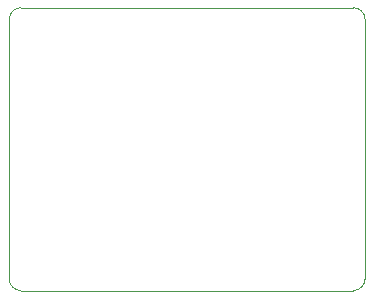
<source format=gbr>
%TF.GenerationSoftware,KiCad,Pcbnew,9.0.6*%
%TF.CreationDate,2026-01-27T06:15:12-03:00*%
%TF.ProjectId,dual IMU_moduleV2,6475616c-2049-44d5-955f-6d6f64756c65,rev?*%
%TF.SameCoordinates,Original*%
%TF.FileFunction,Profile,NP*%
%FSLAX46Y46*%
G04 Gerber Fmt 4.6, Leading zero omitted, Abs format (unit mm)*
G04 Created by KiCad (PCBNEW 9.0.6) date 2026-01-27 06:15:12*
%MOMM*%
%LPD*%
G01*
G04 APERTURE LIST*
%TA.AperFunction,Profile*%
%ADD10C,0.050000*%
%TD*%
G04 APERTURE END LIST*
D10*
X127020000Y-93550000D02*
G75*
G02*
X126020000Y-92550000I0J1000000D01*
G01*
X126020000Y-70590000D02*
G75*
G02*
X127020000Y-69590000I1000000J0D01*
G01*
X156150000Y-92550000D02*
G75*
G02*
X155150000Y-93550000I-1000000J0D01*
G01*
X155150000Y-69590000D02*
G75*
G02*
X156150000Y-70590000I0J-1000000D01*
G01*
X126020000Y-92550000D02*
X126020000Y-70590000D01*
X155150000Y-93550000D02*
X127020000Y-93550000D01*
X127020000Y-69590000D02*
X155150000Y-69590000D01*
X156150000Y-70590000D02*
X156150000Y-92550000D01*
M02*

</source>
